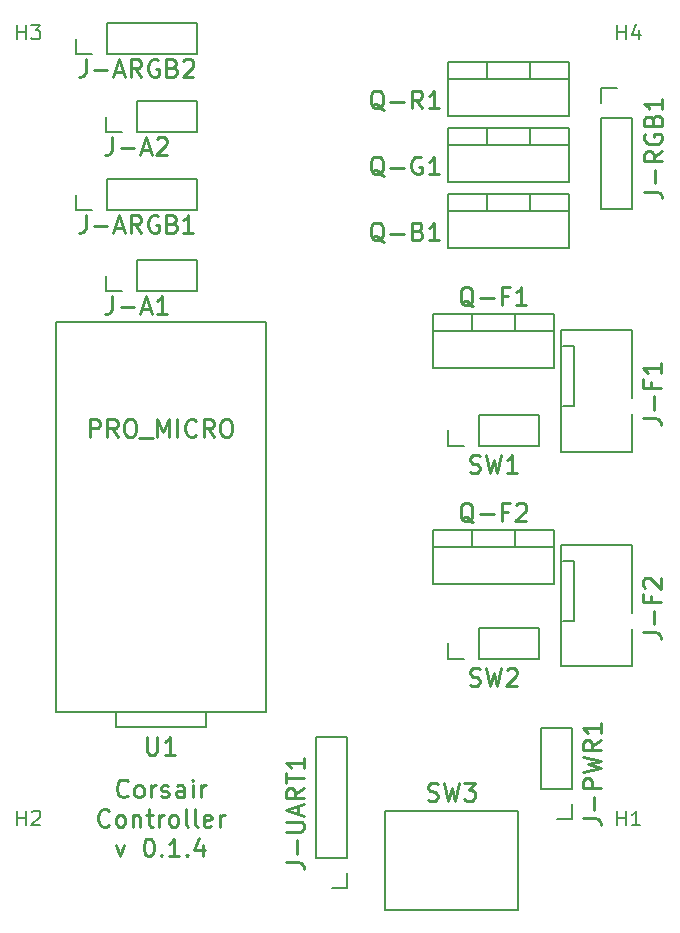
<source format=gbr>
G04 #@! TF.GenerationSoftware,KiCad,Pcbnew,(5.1.2)-2*
G04 #@! TF.CreationDate,2019-08-14T20:47:52-05:00*
G04 #@! TF.ProjectId,CorsairController,436f7273-6169-4724-936f-6e74726f6c6c,rev?*
G04 #@! TF.SameCoordinates,Original*
G04 #@! TF.FileFunction,Legend,Top*
G04 #@! TF.FilePolarity,Positive*
%FSLAX46Y46*%
G04 Gerber Fmt 4.6, Leading zero omitted, Abs format (unit mm)*
G04 Created by KiCad (PCBNEW (5.1.2)-2) date 2019-08-14 20:47:52*
%MOMM*%
%LPD*%
G04 APERTURE LIST*
%ADD10C,0.250000*%
%ADD11C,0.187500*%
G04 APERTURE END LIST*
D10*
X117356285Y-145609714D02*
X117284857Y-145681142D01*
X117070571Y-145752571D01*
X116927714Y-145752571D01*
X116713428Y-145681142D01*
X116570571Y-145538285D01*
X116499142Y-145395428D01*
X116427714Y-145109714D01*
X116427714Y-144895428D01*
X116499142Y-144609714D01*
X116570571Y-144466857D01*
X116713428Y-144324000D01*
X116927714Y-144252571D01*
X117070571Y-144252571D01*
X117284857Y-144324000D01*
X117356285Y-144395428D01*
X118213428Y-145752571D02*
X118070571Y-145681142D01*
X117999142Y-145609714D01*
X117927714Y-145466857D01*
X117927714Y-145038285D01*
X117999142Y-144895428D01*
X118070571Y-144824000D01*
X118213428Y-144752571D01*
X118427714Y-144752571D01*
X118570571Y-144824000D01*
X118642000Y-144895428D01*
X118713428Y-145038285D01*
X118713428Y-145466857D01*
X118642000Y-145609714D01*
X118570571Y-145681142D01*
X118427714Y-145752571D01*
X118213428Y-145752571D01*
X119356285Y-145752571D02*
X119356285Y-144752571D01*
X119356285Y-145038285D02*
X119427714Y-144895428D01*
X119499142Y-144824000D01*
X119642000Y-144752571D01*
X119784857Y-144752571D01*
X120213428Y-145681142D02*
X120356285Y-145752571D01*
X120642000Y-145752571D01*
X120784857Y-145681142D01*
X120856285Y-145538285D01*
X120856285Y-145466857D01*
X120784857Y-145324000D01*
X120642000Y-145252571D01*
X120427714Y-145252571D01*
X120284857Y-145181142D01*
X120213428Y-145038285D01*
X120213428Y-144966857D01*
X120284857Y-144824000D01*
X120427714Y-144752571D01*
X120642000Y-144752571D01*
X120784857Y-144824000D01*
X122142000Y-145752571D02*
X122142000Y-144966857D01*
X122070571Y-144824000D01*
X121927714Y-144752571D01*
X121642000Y-144752571D01*
X121499142Y-144824000D01*
X122142000Y-145681142D02*
X121999142Y-145752571D01*
X121642000Y-145752571D01*
X121499142Y-145681142D01*
X121427714Y-145538285D01*
X121427714Y-145395428D01*
X121499142Y-145252571D01*
X121642000Y-145181142D01*
X121999142Y-145181142D01*
X122142000Y-145109714D01*
X122856285Y-145752571D02*
X122856285Y-144752571D01*
X122856285Y-144252571D02*
X122784857Y-144324000D01*
X122856285Y-144395428D01*
X122927714Y-144324000D01*
X122856285Y-144252571D01*
X122856285Y-144395428D01*
X123570571Y-145752571D02*
X123570571Y-144752571D01*
X123570571Y-145038285D02*
X123642000Y-144895428D01*
X123713428Y-144824000D01*
X123856285Y-144752571D01*
X123999142Y-144752571D01*
X115784857Y-148109714D02*
X115713428Y-148181142D01*
X115499142Y-148252571D01*
X115356285Y-148252571D01*
X115142000Y-148181142D01*
X114999142Y-148038285D01*
X114927714Y-147895428D01*
X114856285Y-147609714D01*
X114856285Y-147395428D01*
X114927714Y-147109714D01*
X114999142Y-146966857D01*
X115142000Y-146824000D01*
X115356285Y-146752571D01*
X115499142Y-146752571D01*
X115713428Y-146824000D01*
X115784857Y-146895428D01*
X116642000Y-148252571D02*
X116499142Y-148181142D01*
X116427714Y-148109714D01*
X116356285Y-147966857D01*
X116356285Y-147538285D01*
X116427714Y-147395428D01*
X116499142Y-147324000D01*
X116642000Y-147252571D01*
X116856285Y-147252571D01*
X116999142Y-147324000D01*
X117070571Y-147395428D01*
X117142000Y-147538285D01*
X117142000Y-147966857D01*
X117070571Y-148109714D01*
X116999142Y-148181142D01*
X116856285Y-148252571D01*
X116642000Y-148252571D01*
X117784857Y-147252571D02*
X117784857Y-148252571D01*
X117784857Y-147395428D02*
X117856285Y-147324000D01*
X117999142Y-147252571D01*
X118213428Y-147252571D01*
X118356285Y-147324000D01*
X118427714Y-147466857D01*
X118427714Y-148252571D01*
X118927714Y-147252571D02*
X119499142Y-147252571D01*
X119142000Y-146752571D02*
X119142000Y-148038285D01*
X119213428Y-148181142D01*
X119356285Y-148252571D01*
X119499142Y-148252571D01*
X119999142Y-148252571D02*
X119999142Y-147252571D01*
X119999142Y-147538285D02*
X120070571Y-147395428D01*
X120142000Y-147324000D01*
X120284857Y-147252571D01*
X120427714Y-147252571D01*
X121142000Y-148252571D02*
X120999142Y-148181142D01*
X120927714Y-148109714D01*
X120856285Y-147966857D01*
X120856285Y-147538285D01*
X120927714Y-147395428D01*
X120999142Y-147324000D01*
X121142000Y-147252571D01*
X121356285Y-147252571D01*
X121499142Y-147324000D01*
X121570571Y-147395428D01*
X121642000Y-147538285D01*
X121642000Y-147966857D01*
X121570571Y-148109714D01*
X121499142Y-148181142D01*
X121356285Y-148252571D01*
X121142000Y-148252571D01*
X122499142Y-148252571D02*
X122356285Y-148181142D01*
X122284857Y-148038285D01*
X122284857Y-146752571D01*
X123284857Y-148252571D02*
X123142000Y-148181142D01*
X123070571Y-148038285D01*
X123070571Y-146752571D01*
X124427714Y-148181142D02*
X124284857Y-148252571D01*
X123999142Y-148252571D01*
X123856285Y-148181142D01*
X123784857Y-148038285D01*
X123784857Y-147466857D01*
X123856285Y-147324000D01*
X123999142Y-147252571D01*
X124284857Y-147252571D01*
X124427714Y-147324000D01*
X124499142Y-147466857D01*
X124499142Y-147609714D01*
X123784857Y-147752571D01*
X125142000Y-148252571D02*
X125142000Y-147252571D01*
X125142000Y-147538285D02*
X125213428Y-147395428D01*
X125284857Y-147324000D01*
X125427714Y-147252571D01*
X125570571Y-147252571D01*
X116356285Y-149752571D02*
X116713428Y-150752571D01*
X117070571Y-149752571D01*
X119070571Y-149252571D02*
X119213428Y-149252571D01*
X119356285Y-149324000D01*
X119427714Y-149395428D01*
X119499142Y-149538285D01*
X119570571Y-149824000D01*
X119570571Y-150181142D01*
X119499142Y-150466857D01*
X119427714Y-150609714D01*
X119356285Y-150681142D01*
X119213428Y-150752571D01*
X119070571Y-150752571D01*
X118927714Y-150681142D01*
X118856285Y-150609714D01*
X118784857Y-150466857D01*
X118713428Y-150181142D01*
X118713428Y-149824000D01*
X118784857Y-149538285D01*
X118856285Y-149395428D01*
X118927714Y-149324000D01*
X119070571Y-149252571D01*
X120213428Y-150609714D02*
X120284857Y-150681142D01*
X120213428Y-150752571D01*
X120142000Y-150681142D01*
X120213428Y-150609714D01*
X120213428Y-150752571D01*
X121713428Y-150752571D02*
X120856285Y-150752571D01*
X121284857Y-150752571D02*
X121284857Y-149252571D01*
X121142000Y-149466857D01*
X120999142Y-149609714D01*
X120856285Y-149681142D01*
X122356285Y-150609714D02*
X122427714Y-150681142D01*
X122356285Y-150752571D01*
X122284857Y-150681142D01*
X122356285Y-150609714D01*
X122356285Y-150752571D01*
X123713428Y-149752571D02*
X123713428Y-150752571D01*
X123356285Y-149181142D02*
X122999142Y-150252571D01*
X123927714Y-150252571D01*
D11*
X155190000Y-130810000D02*
X154180000Y-130810000D01*
X155190000Y-125730000D02*
X155190000Y-130810000D01*
X154180000Y-125730000D02*
X155190000Y-125730000D01*
X154080000Y-124380000D02*
X160080000Y-124380000D01*
X154080000Y-134680000D02*
X154080000Y-124380000D01*
X160030000Y-134680000D02*
X154080000Y-134680000D01*
X160030000Y-131480000D02*
X160030000Y-134680000D01*
X160080000Y-124380000D02*
X160080000Y-130130000D01*
X155190000Y-112649000D02*
X154180000Y-112649000D01*
X155190000Y-107569000D02*
X155190000Y-112649000D01*
X154180000Y-107569000D02*
X155190000Y-107569000D01*
X154080000Y-106219000D02*
X160080000Y-106219000D01*
X154080000Y-116519000D02*
X154080000Y-106219000D01*
X160030000Y-116519000D02*
X154080000Y-116519000D01*
X160030000Y-113319000D02*
X160030000Y-116519000D01*
X160080000Y-106219000D02*
X160080000Y-111969000D01*
X129032000Y-138557000D02*
X111252000Y-138557000D01*
X111252000Y-105537000D02*
X129032000Y-105537000D01*
X123952000Y-139827000D02*
X116332000Y-139827000D01*
X116332000Y-139827000D02*
X116332000Y-138557000D01*
X123952000Y-139827000D02*
X123952000Y-138557000D01*
X111252000Y-138557000D02*
X111252000Y-105537000D01*
X129032000Y-138557000D02*
X129032000Y-105537000D01*
X112970000Y-82864000D02*
X112970000Y-81534000D01*
X114300000Y-82864000D02*
X112970000Y-82864000D01*
X115570000Y-82864000D02*
X115570000Y-80204000D01*
X115570000Y-80204000D02*
X123250000Y-80204000D01*
X115570000Y-82864000D02*
X123250000Y-82864000D01*
X123250000Y-82864000D02*
X123250000Y-80204000D01*
X112970000Y-96072000D02*
X112970000Y-94742000D01*
X114300000Y-96072000D02*
X112970000Y-96072000D01*
X115570000Y-96072000D02*
X115570000Y-93412000D01*
X115570000Y-93412000D02*
X123250000Y-93412000D01*
X115570000Y-96072000D02*
X123250000Y-96072000D01*
X123250000Y-96072000D02*
X123250000Y-93412000D01*
X144466000Y-134045000D02*
X144466000Y-132715000D01*
X145796000Y-134045000D02*
X144466000Y-134045000D01*
X147066000Y-134045000D02*
X147066000Y-131385000D01*
X147066000Y-131385000D02*
X152206000Y-131385000D01*
X147066000Y-134045000D02*
X152206000Y-134045000D01*
X152206000Y-134045000D02*
X152206000Y-131385000D01*
X144466000Y-116011000D02*
X144466000Y-114681000D01*
X145796000Y-116011000D02*
X144466000Y-116011000D01*
X147066000Y-116011000D02*
X147066000Y-113351000D01*
X147066000Y-113351000D02*
X152206000Y-113351000D01*
X147066000Y-116011000D02*
X152206000Y-116011000D01*
X152206000Y-116011000D02*
X152206000Y-113351000D01*
X151457000Y-83471000D02*
X151457000Y-84981000D01*
X147756000Y-83471000D02*
X147756000Y-84981000D01*
X144486000Y-84981000D02*
X154726000Y-84981000D01*
X154726000Y-83471000D02*
X154726000Y-88112000D01*
X144486000Y-83471000D02*
X144486000Y-88112000D01*
X144486000Y-88112000D02*
X154726000Y-88112000D01*
X144486000Y-83471000D02*
X154726000Y-83471000D01*
X151457000Y-89059000D02*
X151457000Y-90569000D01*
X147756000Y-89059000D02*
X147756000Y-90569000D01*
X144486000Y-90569000D02*
X154726000Y-90569000D01*
X154726000Y-89059000D02*
X154726000Y-93700000D01*
X144486000Y-89059000D02*
X144486000Y-93700000D01*
X144486000Y-93700000D02*
X154726000Y-93700000D01*
X144486000Y-89059000D02*
X154726000Y-89059000D01*
X150187000Y-123095000D02*
X150187000Y-124605000D01*
X146486000Y-123095000D02*
X146486000Y-124605000D01*
X143216000Y-124605000D02*
X153456000Y-124605000D01*
X153456000Y-123095000D02*
X153456000Y-127736000D01*
X143216000Y-123095000D02*
X143216000Y-127736000D01*
X143216000Y-127736000D02*
X153456000Y-127736000D01*
X143216000Y-123095000D02*
X153456000Y-123095000D01*
X150187000Y-104807000D02*
X150187000Y-106317000D01*
X146486000Y-104807000D02*
X146486000Y-106317000D01*
X143216000Y-106317000D02*
X153456000Y-106317000D01*
X153456000Y-104807000D02*
X153456000Y-109448000D01*
X143216000Y-104807000D02*
X143216000Y-109448000D01*
X143216000Y-109448000D02*
X153456000Y-109448000D01*
X143216000Y-104807000D02*
X153456000Y-104807000D01*
X151457000Y-94647000D02*
X151457000Y-96157000D01*
X147756000Y-94647000D02*
X147756000Y-96157000D01*
X144486000Y-96157000D02*
X154726000Y-96157000D01*
X154726000Y-94647000D02*
X154726000Y-99288000D01*
X144486000Y-94647000D02*
X144486000Y-99288000D01*
X144486000Y-99288000D02*
X154726000Y-99288000D01*
X144486000Y-94647000D02*
X154726000Y-94647000D01*
X150405000Y-155269500D02*
X150405000Y-146894501D01*
X150405000Y-146894501D02*
X139155000Y-146894500D01*
X139155000Y-146894500D02*
X139155000Y-155269499D01*
X139155000Y-155269499D02*
X150405000Y-155269500D01*
X157420000Y-85665000D02*
X158750000Y-85665000D01*
X157420000Y-86995000D02*
X157420000Y-85665000D01*
X157420000Y-88265000D02*
X160080000Y-88265000D01*
X160080000Y-88265000D02*
X160080000Y-95945000D01*
X157420000Y-88265000D02*
X157420000Y-95945000D01*
X157420000Y-95945000D02*
X160080000Y-95945000D01*
X155000000Y-147634000D02*
X153670000Y-147634000D01*
X155000000Y-146304000D02*
X155000000Y-147634000D01*
X155000000Y-145034000D02*
X152340000Y-145034000D01*
X152340000Y-145034000D02*
X152340000Y-139894000D01*
X155000000Y-145034000D02*
X155000000Y-139894000D01*
X155000000Y-139894000D02*
X152340000Y-139894000D01*
X115510000Y-89468000D02*
X115510000Y-88138000D01*
X116840000Y-89468000D02*
X115510000Y-89468000D01*
X118110000Y-89468000D02*
X118110000Y-86808000D01*
X118110000Y-86808000D02*
X123250000Y-86808000D01*
X118110000Y-89468000D02*
X123250000Y-89468000D01*
X123250000Y-89468000D02*
X123250000Y-86808000D01*
X115510000Y-102930000D02*
X115510000Y-101600000D01*
X116840000Y-102930000D02*
X115510000Y-102930000D01*
X118110000Y-102930000D02*
X118110000Y-100270000D01*
X118110000Y-100270000D02*
X123250000Y-100270000D01*
X118110000Y-102930000D02*
X123250000Y-102930000D01*
X123250000Y-102930000D02*
X123250000Y-100270000D01*
X135950000Y-153476000D02*
X134620000Y-153476000D01*
X135950000Y-152146000D02*
X135950000Y-153476000D01*
X135950000Y-150876000D02*
X133290000Y-150876000D01*
X133290000Y-150876000D02*
X133290000Y-140656000D01*
X135950000Y-150876000D02*
X135950000Y-140656000D01*
X135950000Y-140656000D02*
X133290000Y-140656000D01*
D10*
X160976571Y-131801428D02*
X162048000Y-131801428D01*
X162262285Y-131872857D01*
X162405142Y-132015714D01*
X162476571Y-132230000D01*
X162476571Y-132372857D01*
X161905142Y-131087142D02*
X161905142Y-129944285D01*
X161690857Y-128730000D02*
X161690857Y-129230000D01*
X162476571Y-129230000D02*
X160976571Y-129230000D01*
X160976571Y-128515714D01*
X161119428Y-128015714D02*
X161048000Y-127944285D01*
X160976571Y-127801428D01*
X160976571Y-127444285D01*
X161048000Y-127301428D01*
X161119428Y-127230000D01*
X161262285Y-127158571D01*
X161405142Y-127158571D01*
X161619428Y-127230000D01*
X162476571Y-128087142D01*
X162476571Y-127158571D01*
X160976571Y-113640428D02*
X162048000Y-113640428D01*
X162262285Y-113711857D01*
X162405142Y-113854714D01*
X162476571Y-114069000D01*
X162476571Y-114211857D01*
X161905142Y-112926142D02*
X161905142Y-111783285D01*
X161690857Y-110569000D02*
X161690857Y-111069000D01*
X162476571Y-111069000D02*
X160976571Y-111069000D01*
X160976571Y-110354714D01*
X162476571Y-108997571D02*
X162476571Y-109854714D01*
X162476571Y-109426142D02*
X160976571Y-109426142D01*
X161190857Y-109569000D01*
X161333714Y-109711857D01*
X161405142Y-109854714D01*
X118999142Y-140656571D02*
X118999142Y-141870857D01*
X119070571Y-142013714D01*
X119142000Y-142085142D01*
X119284857Y-142156571D01*
X119570571Y-142156571D01*
X119713428Y-142085142D01*
X119784857Y-142013714D01*
X119856285Y-141870857D01*
X119856285Y-140656571D01*
X121356285Y-142156571D02*
X120499142Y-142156571D01*
X120927714Y-142156571D02*
X120927714Y-140656571D01*
X120784857Y-140870857D01*
X120642000Y-141013714D01*
X120499142Y-141085142D01*
X114142000Y-115232571D02*
X114142000Y-113732571D01*
X114713428Y-113732571D01*
X114856285Y-113804000D01*
X114927714Y-113875428D01*
X114999142Y-114018285D01*
X114999142Y-114232571D01*
X114927714Y-114375428D01*
X114856285Y-114446857D01*
X114713428Y-114518285D01*
X114142000Y-114518285D01*
X116499142Y-115232571D02*
X115999142Y-114518285D01*
X115642000Y-115232571D02*
X115642000Y-113732571D01*
X116213428Y-113732571D01*
X116356285Y-113804000D01*
X116427714Y-113875428D01*
X116499142Y-114018285D01*
X116499142Y-114232571D01*
X116427714Y-114375428D01*
X116356285Y-114446857D01*
X116213428Y-114518285D01*
X115642000Y-114518285D01*
X117427714Y-113732571D02*
X117713428Y-113732571D01*
X117856285Y-113804000D01*
X117999142Y-113946857D01*
X118070571Y-114232571D01*
X118070571Y-114732571D01*
X117999142Y-115018285D01*
X117856285Y-115161142D01*
X117713428Y-115232571D01*
X117427714Y-115232571D01*
X117284857Y-115161142D01*
X117142000Y-115018285D01*
X117070571Y-114732571D01*
X117070571Y-114232571D01*
X117142000Y-113946857D01*
X117284857Y-113804000D01*
X117427714Y-113732571D01*
X118356285Y-115375428D02*
X119499142Y-115375428D01*
X119856285Y-115232571D02*
X119856285Y-113732571D01*
X120356285Y-114804000D01*
X120856285Y-113732571D01*
X120856285Y-115232571D01*
X121570571Y-115232571D02*
X121570571Y-113732571D01*
X123142000Y-115089714D02*
X123070571Y-115161142D01*
X122856285Y-115232571D01*
X122713428Y-115232571D01*
X122499142Y-115161142D01*
X122356285Y-115018285D01*
X122284857Y-114875428D01*
X122213428Y-114589714D01*
X122213428Y-114375428D01*
X122284857Y-114089714D01*
X122356285Y-113946857D01*
X122499142Y-113804000D01*
X122713428Y-113732571D01*
X122856285Y-113732571D01*
X123070571Y-113804000D01*
X123142000Y-113875428D01*
X124642000Y-115232571D02*
X124142000Y-114518285D01*
X123784857Y-115232571D02*
X123784857Y-113732571D01*
X124356285Y-113732571D01*
X124499142Y-113804000D01*
X124570571Y-113875428D01*
X124642000Y-114018285D01*
X124642000Y-114232571D01*
X124570571Y-114375428D01*
X124499142Y-114446857D01*
X124356285Y-114518285D01*
X123784857Y-114518285D01*
X125570571Y-113732571D02*
X125856285Y-113732571D01*
X125999142Y-113804000D01*
X126142000Y-113946857D01*
X126213428Y-114232571D01*
X126213428Y-114732571D01*
X126142000Y-115018285D01*
X125999142Y-115161142D01*
X125856285Y-115232571D01*
X125570571Y-115232571D01*
X125427714Y-115161142D01*
X125284857Y-115018285D01*
X125213428Y-114732571D01*
X125213428Y-114232571D01*
X125284857Y-113946857D01*
X125427714Y-113804000D01*
X125570571Y-113732571D01*
D11*
X158813619Y-81591476D02*
X158813619Y-80341476D01*
X158813619Y-80936714D02*
X159527904Y-80936714D01*
X159527904Y-81591476D02*
X159527904Y-80341476D01*
X160658857Y-80758142D02*
X160658857Y-81591476D01*
X160361238Y-80281952D02*
X160063619Y-81174809D01*
X160837428Y-81174809D01*
X108013619Y-81591476D02*
X108013619Y-80341476D01*
X108013619Y-80936714D02*
X108727904Y-80936714D01*
X108727904Y-81591476D02*
X108727904Y-80341476D01*
X109204095Y-80341476D02*
X109977904Y-80341476D01*
X109561238Y-80817666D01*
X109739809Y-80817666D01*
X109858857Y-80877190D01*
X109918380Y-80936714D01*
X109977904Y-81055761D01*
X109977904Y-81353380D01*
X109918380Y-81472428D01*
X109858857Y-81531952D01*
X109739809Y-81591476D01*
X109382666Y-81591476D01*
X109263619Y-81531952D01*
X109204095Y-81472428D01*
X108013619Y-148139476D02*
X108013619Y-146889476D01*
X108013619Y-147484714D02*
X108727904Y-147484714D01*
X108727904Y-148139476D02*
X108727904Y-146889476D01*
X109263619Y-147008523D02*
X109323142Y-146949000D01*
X109442190Y-146889476D01*
X109739809Y-146889476D01*
X109858857Y-146949000D01*
X109918380Y-147008523D01*
X109977904Y-147127571D01*
X109977904Y-147246619D01*
X109918380Y-147425190D01*
X109204095Y-148139476D01*
X109977904Y-148139476D01*
X158813619Y-148139476D02*
X158813619Y-146889476D01*
X158813619Y-147484714D02*
X159527904Y-147484714D01*
X159527904Y-148139476D02*
X159527904Y-146889476D01*
X160777904Y-148139476D02*
X160063619Y-148139476D01*
X160420761Y-148139476D02*
X160420761Y-146889476D01*
X160301714Y-147068047D01*
X160182666Y-147187095D01*
X160063619Y-147246619D01*
D10*
X113788571Y-83252571D02*
X113788571Y-84324000D01*
X113717142Y-84538285D01*
X113574285Y-84681142D01*
X113360000Y-84752571D01*
X113217142Y-84752571D01*
X114502857Y-84181142D02*
X115645714Y-84181142D01*
X116288571Y-84324000D02*
X117002857Y-84324000D01*
X116145714Y-84752571D02*
X116645714Y-83252571D01*
X117145714Y-84752571D01*
X118502857Y-84752571D02*
X118002857Y-84038285D01*
X117645714Y-84752571D02*
X117645714Y-83252571D01*
X118217142Y-83252571D01*
X118360000Y-83324000D01*
X118431428Y-83395428D01*
X118502857Y-83538285D01*
X118502857Y-83752571D01*
X118431428Y-83895428D01*
X118360000Y-83966857D01*
X118217142Y-84038285D01*
X117645714Y-84038285D01*
X119931428Y-83324000D02*
X119788571Y-83252571D01*
X119574285Y-83252571D01*
X119360000Y-83324000D01*
X119217142Y-83466857D01*
X119145714Y-83609714D01*
X119074285Y-83895428D01*
X119074285Y-84109714D01*
X119145714Y-84395428D01*
X119217142Y-84538285D01*
X119360000Y-84681142D01*
X119574285Y-84752571D01*
X119717142Y-84752571D01*
X119931428Y-84681142D01*
X120002857Y-84609714D01*
X120002857Y-84109714D01*
X119717142Y-84109714D01*
X121145714Y-83966857D02*
X121360000Y-84038285D01*
X121431428Y-84109714D01*
X121502857Y-84252571D01*
X121502857Y-84466857D01*
X121431428Y-84609714D01*
X121360000Y-84681142D01*
X121217142Y-84752571D01*
X120645714Y-84752571D01*
X120645714Y-83252571D01*
X121145714Y-83252571D01*
X121288571Y-83324000D01*
X121360000Y-83395428D01*
X121431428Y-83538285D01*
X121431428Y-83681142D01*
X121360000Y-83824000D01*
X121288571Y-83895428D01*
X121145714Y-83966857D01*
X120645714Y-83966857D01*
X122074285Y-83395428D02*
X122145714Y-83324000D01*
X122288571Y-83252571D01*
X122645714Y-83252571D01*
X122788571Y-83324000D01*
X122860000Y-83395428D01*
X122931428Y-83538285D01*
X122931428Y-83681142D01*
X122860000Y-83895428D01*
X122002857Y-84752571D01*
X122931428Y-84752571D01*
X113788571Y-96460571D02*
X113788571Y-97532000D01*
X113717142Y-97746285D01*
X113574285Y-97889142D01*
X113360000Y-97960571D01*
X113217142Y-97960571D01*
X114502857Y-97389142D02*
X115645714Y-97389142D01*
X116288571Y-97532000D02*
X117002857Y-97532000D01*
X116145714Y-97960571D02*
X116645714Y-96460571D01*
X117145714Y-97960571D01*
X118502857Y-97960571D02*
X118002857Y-97246285D01*
X117645714Y-97960571D02*
X117645714Y-96460571D01*
X118217142Y-96460571D01*
X118360000Y-96532000D01*
X118431428Y-96603428D01*
X118502857Y-96746285D01*
X118502857Y-96960571D01*
X118431428Y-97103428D01*
X118360000Y-97174857D01*
X118217142Y-97246285D01*
X117645714Y-97246285D01*
X119931428Y-96532000D02*
X119788571Y-96460571D01*
X119574285Y-96460571D01*
X119360000Y-96532000D01*
X119217142Y-96674857D01*
X119145714Y-96817714D01*
X119074285Y-97103428D01*
X119074285Y-97317714D01*
X119145714Y-97603428D01*
X119217142Y-97746285D01*
X119360000Y-97889142D01*
X119574285Y-97960571D01*
X119717142Y-97960571D01*
X119931428Y-97889142D01*
X120002857Y-97817714D01*
X120002857Y-97317714D01*
X119717142Y-97317714D01*
X121145714Y-97174857D02*
X121360000Y-97246285D01*
X121431428Y-97317714D01*
X121502857Y-97460571D01*
X121502857Y-97674857D01*
X121431428Y-97817714D01*
X121360000Y-97889142D01*
X121217142Y-97960571D01*
X120645714Y-97960571D01*
X120645714Y-96460571D01*
X121145714Y-96460571D01*
X121288571Y-96532000D01*
X121360000Y-96603428D01*
X121431428Y-96746285D01*
X121431428Y-96889142D01*
X121360000Y-97032000D01*
X121288571Y-97103428D01*
X121145714Y-97174857D01*
X120645714Y-97174857D01*
X122931428Y-97960571D02*
X122074285Y-97960571D01*
X122502857Y-97960571D02*
X122502857Y-96460571D01*
X122360000Y-96674857D01*
X122217142Y-96817714D01*
X122074285Y-96889142D01*
X146336000Y-136243142D02*
X146550285Y-136314571D01*
X146907428Y-136314571D01*
X147050285Y-136243142D01*
X147121714Y-136171714D01*
X147193142Y-136028857D01*
X147193142Y-135886000D01*
X147121714Y-135743142D01*
X147050285Y-135671714D01*
X146907428Y-135600285D01*
X146621714Y-135528857D01*
X146478857Y-135457428D01*
X146407428Y-135386000D01*
X146336000Y-135243142D01*
X146336000Y-135100285D01*
X146407428Y-134957428D01*
X146478857Y-134886000D01*
X146621714Y-134814571D01*
X146978857Y-134814571D01*
X147193142Y-134886000D01*
X147693142Y-134814571D02*
X148050285Y-136314571D01*
X148336000Y-135243142D01*
X148621714Y-136314571D01*
X148978857Y-134814571D01*
X149478857Y-134957428D02*
X149550285Y-134886000D01*
X149693142Y-134814571D01*
X150050285Y-134814571D01*
X150193142Y-134886000D01*
X150264571Y-134957428D01*
X150336000Y-135100285D01*
X150336000Y-135243142D01*
X150264571Y-135457428D01*
X149407428Y-136314571D01*
X150336000Y-136314571D01*
X146336000Y-118209142D02*
X146550285Y-118280571D01*
X146907428Y-118280571D01*
X147050285Y-118209142D01*
X147121714Y-118137714D01*
X147193142Y-117994857D01*
X147193142Y-117852000D01*
X147121714Y-117709142D01*
X147050285Y-117637714D01*
X146907428Y-117566285D01*
X146621714Y-117494857D01*
X146478857Y-117423428D01*
X146407428Y-117352000D01*
X146336000Y-117209142D01*
X146336000Y-117066285D01*
X146407428Y-116923428D01*
X146478857Y-116852000D01*
X146621714Y-116780571D01*
X146978857Y-116780571D01*
X147193142Y-116852000D01*
X147693142Y-116780571D02*
X148050285Y-118280571D01*
X148336000Y-117209142D01*
X148621714Y-118280571D01*
X148978857Y-116780571D01*
X150336000Y-118280571D02*
X149478857Y-118280571D01*
X149907428Y-118280571D02*
X149907428Y-116780571D01*
X149764571Y-116994857D01*
X149621714Y-117137714D01*
X149478857Y-117209142D01*
X139021571Y-87562428D02*
X138878714Y-87491000D01*
X138735857Y-87348142D01*
X138521571Y-87133857D01*
X138378714Y-87062428D01*
X138235857Y-87062428D01*
X138307285Y-87419571D02*
X138164428Y-87348142D01*
X138021571Y-87205285D01*
X137950142Y-86919571D01*
X137950142Y-86419571D01*
X138021571Y-86133857D01*
X138164428Y-85991000D01*
X138307285Y-85919571D01*
X138593000Y-85919571D01*
X138735857Y-85991000D01*
X138878714Y-86133857D01*
X138950142Y-86419571D01*
X138950142Y-86919571D01*
X138878714Y-87205285D01*
X138735857Y-87348142D01*
X138593000Y-87419571D01*
X138307285Y-87419571D01*
X139593000Y-86848142D02*
X140735857Y-86848142D01*
X142307285Y-87419571D02*
X141807285Y-86705285D01*
X141450142Y-87419571D02*
X141450142Y-85919571D01*
X142021571Y-85919571D01*
X142164428Y-85991000D01*
X142235857Y-86062428D01*
X142307285Y-86205285D01*
X142307285Y-86419571D01*
X142235857Y-86562428D01*
X142164428Y-86633857D01*
X142021571Y-86705285D01*
X141450142Y-86705285D01*
X143735857Y-87419571D02*
X142878714Y-87419571D01*
X143307285Y-87419571D02*
X143307285Y-85919571D01*
X143164428Y-86133857D01*
X143021571Y-86276714D01*
X142878714Y-86348142D01*
X139021571Y-93150428D02*
X138878714Y-93079000D01*
X138735857Y-92936142D01*
X138521571Y-92721857D01*
X138378714Y-92650428D01*
X138235857Y-92650428D01*
X138307285Y-93007571D02*
X138164428Y-92936142D01*
X138021571Y-92793285D01*
X137950142Y-92507571D01*
X137950142Y-92007571D01*
X138021571Y-91721857D01*
X138164428Y-91579000D01*
X138307285Y-91507571D01*
X138593000Y-91507571D01*
X138735857Y-91579000D01*
X138878714Y-91721857D01*
X138950142Y-92007571D01*
X138950142Y-92507571D01*
X138878714Y-92793285D01*
X138735857Y-92936142D01*
X138593000Y-93007571D01*
X138307285Y-93007571D01*
X139593000Y-92436142D02*
X140735857Y-92436142D01*
X142235857Y-91579000D02*
X142093000Y-91507571D01*
X141878714Y-91507571D01*
X141664428Y-91579000D01*
X141521571Y-91721857D01*
X141450142Y-91864714D01*
X141378714Y-92150428D01*
X141378714Y-92364714D01*
X141450142Y-92650428D01*
X141521571Y-92793285D01*
X141664428Y-92936142D01*
X141878714Y-93007571D01*
X142021571Y-93007571D01*
X142235857Y-92936142D01*
X142307285Y-92864714D01*
X142307285Y-92364714D01*
X142021571Y-92364714D01*
X143735857Y-93007571D02*
X142878714Y-93007571D01*
X143307285Y-93007571D02*
X143307285Y-91507571D01*
X143164428Y-91721857D01*
X143021571Y-91864714D01*
X142878714Y-91936142D01*
X146621714Y-122487428D02*
X146478857Y-122416000D01*
X146336000Y-122273142D01*
X146121714Y-122058857D01*
X145978857Y-121987428D01*
X145836000Y-121987428D01*
X145907428Y-122344571D02*
X145764571Y-122273142D01*
X145621714Y-122130285D01*
X145550285Y-121844571D01*
X145550285Y-121344571D01*
X145621714Y-121058857D01*
X145764571Y-120916000D01*
X145907428Y-120844571D01*
X146193142Y-120844571D01*
X146336000Y-120916000D01*
X146478857Y-121058857D01*
X146550285Y-121344571D01*
X146550285Y-121844571D01*
X146478857Y-122130285D01*
X146336000Y-122273142D01*
X146193142Y-122344571D01*
X145907428Y-122344571D01*
X147193142Y-121773142D02*
X148336000Y-121773142D01*
X149550285Y-121558857D02*
X149050285Y-121558857D01*
X149050285Y-122344571D02*
X149050285Y-120844571D01*
X149764571Y-120844571D01*
X150264571Y-120987428D02*
X150336000Y-120916000D01*
X150478857Y-120844571D01*
X150836000Y-120844571D01*
X150978857Y-120916000D01*
X151050285Y-120987428D01*
X151121714Y-121130285D01*
X151121714Y-121273142D01*
X151050285Y-121487428D01*
X150193142Y-122344571D01*
X151121714Y-122344571D01*
X146621714Y-104199428D02*
X146478857Y-104128000D01*
X146336000Y-103985142D01*
X146121714Y-103770857D01*
X145978857Y-103699428D01*
X145836000Y-103699428D01*
X145907428Y-104056571D02*
X145764571Y-103985142D01*
X145621714Y-103842285D01*
X145550285Y-103556571D01*
X145550285Y-103056571D01*
X145621714Y-102770857D01*
X145764571Y-102628000D01*
X145907428Y-102556571D01*
X146193142Y-102556571D01*
X146336000Y-102628000D01*
X146478857Y-102770857D01*
X146550285Y-103056571D01*
X146550285Y-103556571D01*
X146478857Y-103842285D01*
X146336000Y-103985142D01*
X146193142Y-104056571D01*
X145907428Y-104056571D01*
X147193142Y-103485142D02*
X148336000Y-103485142D01*
X149550285Y-103270857D02*
X149050285Y-103270857D01*
X149050285Y-104056571D02*
X149050285Y-102556571D01*
X149764571Y-102556571D01*
X151121714Y-104056571D02*
X150264571Y-104056571D01*
X150693142Y-104056571D02*
X150693142Y-102556571D01*
X150550285Y-102770857D01*
X150407428Y-102913714D01*
X150264571Y-102985142D01*
X139021571Y-98738428D02*
X138878714Y-98667000D01*
X138735857Y-98524142D01*
X138521571Y-98309857D01*
X138378714Y-98238428D01*
X138235857Y-98238428D01*
X138307285Y-98595571D02*
X138164428Y-98524142D01*
X138021571Y-98381285D01*
X137950142Y-98095571D01*
X137950142Y-97595571D01*
X138021571Y-97309857D01*
X138164428Y-97167000D01*
X138307285Y-97095571D01*
X138593000Y-97095571D01*
X138735857Y-97167000D01*
X138878714Y-97309857D01*
X138950142Y-97595571D01*
X138950142Y-98095571D01*
X138878714Y-98381285D01*
X138735857Y-98524142D01*
X138593000Y-98595571D01*
X138307285Y-98595571D01*
X139593000Y-98024142D02*
X140735857Y-98024142D01*
X141950142Y-97809857D02*
X142164428Y-97881285D01*
X142235857Y-97952714D01*
X142307285Y-98095571D01*
X142307285Y-98309857D01*
X142235857Y-98452714D01*
X142164428Y-98524142D01*
X142021571Y-98595571D01*
X141450142Y-98595571D01*
X141450142Y-97095571D01*
X141950142Y-97095571D01*
X142093000Y-97167000D01*
X142164428Y-97238428D01*
X142235857Y-97381285D01*
X142235857Y-97524142D01*
X142164428Y-97667000D01*
X142093000Y-97738428D01*
X141950142Y-97809857D01*
X141450142Y-97809857D01*
X143735857Y-98595571D02*
X142878714Y-98595571D01*
X143307285Y-98595571D02*
X143307285Y-97095571D01*
X143164428Y-97309857D01*
X143021571Y-97452714D01*
X142878714Y-97524142D01*
X142780000Y-145974142D02*
X142994285Y-146045571D01*
X143351428Y-146045571D01*
X143494285Y-145974142D01*
X143565714Y-145902714D01*
X143637142Y-145759857D01*
X143637142Y-145617000D01*
X143565714Y-145474142D01*
X143494285Y-145402714D01*
X143351428Y-145331285D01*
X143065714Y-145259857D01*
X142922857Y-145188428D01*
X142851428Y-145117000D01*
X142780000Y-144974142D01*
X142780000Y-144831285D01*
X142851428Y-144688428D01*
X142922857Y-144617000D01*
X143065714Y-144545571D01*
X143422857Y-144545571D01*
X143637142Y-144617000D01*
X144137142Y-144545571D02*
X144494285Y-146045571D01*
X144780000Y-144974142D01*
X145065714Y-146045571D01*
X145422857Y-144545571D01*
X145851428Y-144545571D02*
X146780000Y-144545571D01*
X146280000Y-145117000D01*
X146494285Y-145117000D01*
X146637142Y-145188428D01*
X146708571Y-145259857D01*
X146780000Y-145402714D01*
X146780000Y-145759857D01*
X146708571Y-145902714D01*
X146637142Y-145974142D01*
X146494285Y-146045571D01*
X146065714Y-146045571D01*
X145922857Y-145974142D01*
X145851428Y-145902714D01*
X161103571Y-94483571D02*
X162175000Y-94483571D01*
X162389285Y-94555000D01*
X162532142Y-94697857D01*
X162603571Y-94912142D01*
X162603571Y-95055000D01*
X162032142Y-93769285D02*
X162032142Y-92626428D01*
X162603571Y-91055000D02*
X161889285Y-91555000D01*
X162603571Y-91912142D02*
X161103571Y-91912142D01*
X161103571Y-91340714D01*
X161175000Y-91197857D01*
X161246428Y-91126428D01*
X161389285Y-91055000D01*
X161603571Y-91055000D01*
X161746428Y-91126428D01*
X161817857Y-91197857D01*
X161889285Y-91340714D01*
X161889285Y-91912142D01*
X161175000Y-89626428D02*
X161103571Y-89769285D01*
X161103571Y-89983571D01*
X161175000Y-90197857D01*
X161317857Y-90340714D01*
X161460714Y-90412142D01*
X161746428Y-90483571D01*
X161960714Y-90483571D01*
X162246428Y-90412142D01*
X162389285Y-90340714D01*
X162532142Y-90197857D01*
X162603571Y-89983571D01*
X162603571Y-89840714D01*
X162532142Y-89626428D01*
X162460714Y-89555000D01*
X161960714Y-89555000D01*
X161960714Y-89840714D01*
X161817857Y-88412142D02*
X161889285Y-88197857D01*
X161960714Y-88126428D01*
X162103571Y-88055000D01*
X162317857Y-88055000D01*
X162460714Y-88126428D01*
X162532142Y-88197857D01*
X162603571Y-88340714D01*
X162603571Y-88912142D01*
X161103571Y-88912142D01*
X161103571Y-88412142D01*
X161175000Y-88269285D01*
X161246428Y-88197857D01*
X161389285Y-88126428D01*
X161532142Y-88126428D01*
X161675000Y-88197857D01*
X161746428Y-88269285D01*
X161817857Y-88412142D01*
X161817857Y-88912142D01*
X162603571Y-86626428D02*
X162603571Y-87483571D01*
X162603571Y-87055000D02*
X161103571Y-87055000D01*
X161317857Y-87197857D01*
X161460714Y-87340714D01*
X161532142Y-87483571D01*
X155896571Y-147549714D02*
X156968000Y-147549714D01*
X157182285Y-147621142D01*
X157325142Y-147764000D01*
X157396571Y-147978285D01*
X157396571Y-148121142D01*
X156825142Y-146835428D02*
X156825142Y-145692571D01*
X157396571Y-144978285D02*
X155896571Y-144978285D01*
X155896571Y-144406857D01*
X155968000Y-144264000D01*
X156039428Y-144192571D01*
X156182285Y-144121142D01*
X156396571Y-144121142D01*
X156539428Y-144192571D01*
X156610857Y-144264000D01*
X156682285Y-144406857D01*
X156682285Y-144978285D01*
X155896571Y-143621142D02*
X157396571Y-143264000D01*
X156325142Y-142978285D01*
X157396571Y-142692571D01*
X155896571Y-142335428D01*
X157396571Y-140906857D02*
X156682285Y-141406857D01*
X157396571Y-141764000D02*
X155896571Y-141764000D01*
X155896571Y-141192571D01*
X155968000Y-141049714D01*
X156039428Y-140978285D01*
X156182285Y-140906857D01*
X156396571Y-140906857D01*
X156539428Y-140978285D01*
X156610857Y-141049714D01*
X156682285Y-141192571D01*
X156682285Y-141764000D01*
X157396571Y-139478285D02*
X157396571Y-140335428D01*
X157396571Y-139906857D02*
X155896571Y-139906857D01*
X156110857Y-140049714D01*
X156253714Y-140192571D01*
X156325142Y-140335428D01*
X116038571Y-89856571D02*
X116038571Y-90928000D01*
X115967142Y-91142285D01*
X115824285Y-91285142D01*
X115610000Y-91356571D01*
X115467142Y-91356571D01*
X116752857Y-90785142D02*
X117895714Y-90785142D01*
X118538571Y-90928000D02*
X119252857Y-90928000D01*
X118395714Y-91356571D02*
X118895714Y-89856571D01*
X119395714Y-91356571D01*
X119824285Y-89999428D02*
X119895714Y-89928000D01*
X120038571Y-89856571D01*
X120395714Y-89856571D01*
X120538571Y-89928000D01*
X120610000Y-89999428D01*
X120681428Y-90142285D01*
X120681428Y-90285142D01*
X120610000Y-90499428D01*
X119752857Y-91356571D01*
X120681428Y-91356571D01*
X116038571Y-103318571D02*
X116038571Y-104390000D01*
X115967142Y-104604285D01*
X115824285Y-104747142D01*
X115610000Y-104818571D01*
X115467142Y-104818571D01*
X116752857Y-104247142D02*
X117895714Y-104247142D01*
X118538571Y-104390000D02*
X119252857Y-104390000D01*
X118395714Y-104818571D02*
X118895714Y-103318571D01*
X119395714Y-104818571D01*
X120681428Y-104818571D02*
X119824285Y-104818571D01*
X120252857Y-104818571D02*
X120252857Y-103318571D01*
X120110000Y-103532857D01*
X119967142Y-103675714D01*
X119824285Y-103747142D01*
X130750571Y-151244571D02*
X131822000Y-151244571D01*
X132036285Y-151316000D01*
X132179142Y-151458857D01*
X132250571Y-151673142D01*
X132250571Y-151816000D01*
X131679142Y-150530285D02*
X131679142Y-149387428D01*
X130750571Y-148673142D02*
X131964857Y-148673142D01*
X132107714Y-148601714D01*
X132179142Y-148530285D01*
X132250571Y-148387428D01*
X132250571Y-148101714D01*
X132179142Y-147958857D01*
X132107714Y-147887428D01*
X131964857Y-147816000D01*
X130750571Y-147816000D01*
X131822000Y-147173142D02*
X131822000Y-146458857D01*
X132250571Y-147316000D02*
X130750571Y-146816000D01*
X132250571Y-146316000D01*
X132250571Y-144958857D02*
X131536285Y-145458857D01*
X132250571Y-145816000D02*
X130750571Y-145816000D01*
X130750571Y-145244571D01*
X130822000Y-145101714D01*
X130893428Y-145030285D01*
X131036285Y-144958857D01*
X131250571Y-144958857D01*
X131393428Y-145030285D01*
X131464857Y-145101714D01*
X131536285Y-145244571D01*
X131536285Y-145816000D01*
X130750571Y-144530285D02*
X130750571Y-143673142D01*
X132250571Y-144101714D02*
X130750571Y-144101714D01*
X132250571Y-142387428D02*
X132250571Y-143244571D01*
X132250571Y-142816000D02*
X130750571Y-142816000D01*
X130964857Y-142958857D01*
X131107714Y-143101714D01*
X131179142Y-143244571D01*
M02*

</source>
